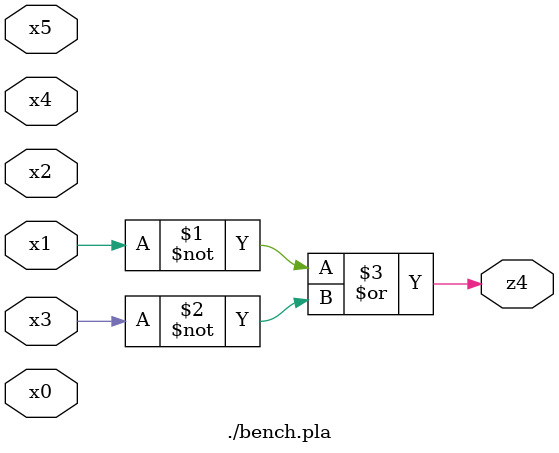
<source format=v>

module \./bench.pla  ( 
    x0, x1, x2, x3, x4, x5,
    z4  );
  input  x0, x1, x2, x3, x4, x5;
  output z4;
  assign z4 = ~x1 | ~x3;
endmodule



</source>
